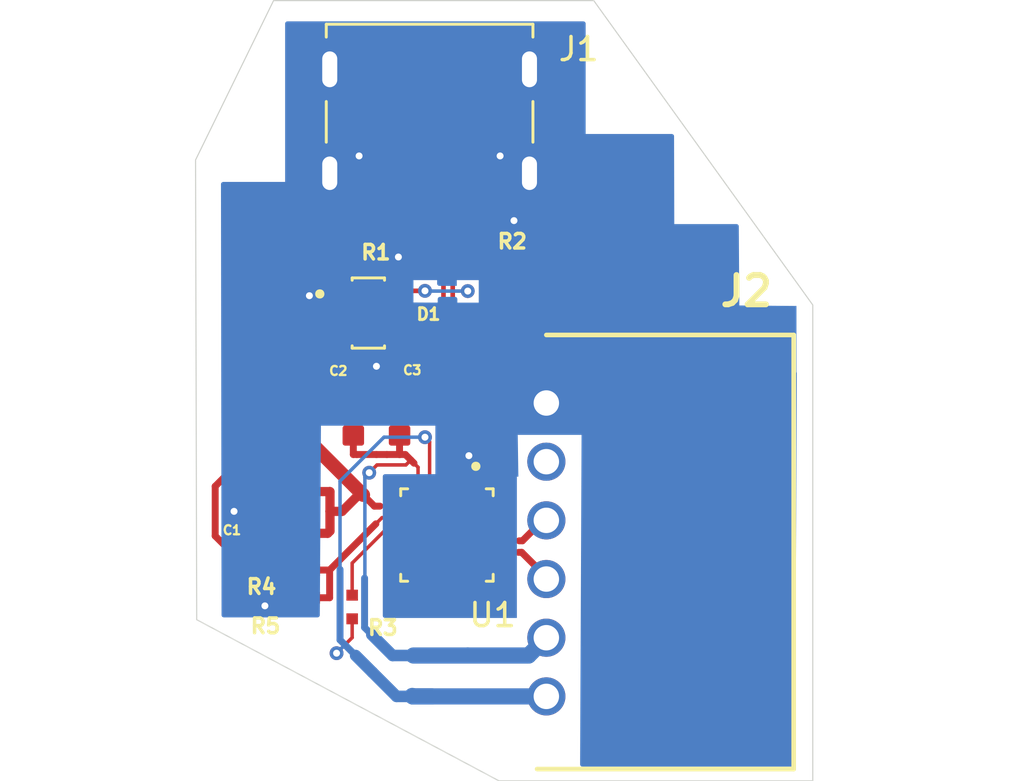
<source format=kicad_pcb>
(kicad_pcb (version 20240108) (generator "pcbnew") (generator_version "8.0")
  (layers (0 "F.Cu" signal) (31 "B.Cu" signal) (34 "B.Paste" user) (35 "F.Paste" user) (36 "B.SilkS" user "B.Silkscreen") (37 "F.SilkS" user "F.Silkscreen") (38 "B.Mask" user) (39 "F.Mask" user) (44 "Edge.Cuts" user))
  (net 0 "")
  (net 1 "VBUS")
  (net 2 "GND")
  (net 3 "VDD")
  (net 5 "Net-(J1-CC2)")
  (net 7 "Net-(J1-CC1)")
  (net 8 "VIO")
  (net 12 "RXD")
  (net 13 "TXD")
  (net 14 "Net-(U1-~{RST})")
  (net 15 "Net-(U1-VBUS)")
  (net 18 "D+")
  (net 19 "D-")
  (footprint "SP0503BAHTG:SOT143" (layer "F.Cu") (at 135.35 85.325 -90)
    (property "Reference" "D1" (at 0.05 -2.6 180) (layer "F.SilkS") (effects (font (size 0.512749 0.512749))))
    (property "Value" "SP0503BAHTG")
    (fp_line (start -1.52 0.7) (end -1.42 0.7) (stroke (width 0.127)) (layer "F.SilkS"))
    (fp_line (start 1.52 0.7) (end 1.42 0.7) (stroke (width 0.127)) (layer "F.SilkS"))
    (fp_line (start -1.52 -0.7) (end -1.52 0.7) (stroke (width 0.127)) (layer "F.SilkS"))
    (fp_line (start -1.52 -0.7) (end -1.42 -0.7) (stroke (width 0.127)) (layer "F.SilkS"))
    (fp_line (start 1.52 -0.7) (end 1.52 0.7) (stroke (width 0.127)) (layer "F.SilkS"))
    (fp_line (start 1.52 -0.7) (end 1.42 -0.7) (stroke (width 0.127)) (layer "F.SilkS"))
    (fp_circle (center -0.827 2.1) (end -0.727 2.1) (stroke (width 0.2)) (fill none) (layer "F.SilkS"))
    (pad "1" smd roundrect (at -0.76 1.025 270) (size 0.99 1.3) (layers "F.Cu" "F.Paste" "F.Mask") (roundrect_rratio 0.075) (net 2 "GND"))
    (pad "2" smd roundrect (at 0.96 1.025 270) (size 0.59 1.3) (layers "F.Cu" "F.Paste" "F.Mask") (roundrect_rratio 0.075) (net 1 "VBUS"))
    (pad "3" smd roundrect (at 0.96 -1.025 270) (size 0.59 1.3) (layers "F.Cu" "F.Paste" "F.Mask") (roundrect_rratio 0.075) (net 19 "D-"))
    (pad "4" smd roundrect (at -0.96 -1.025 270) (size 0.59 1.3) (layers "F.Cu" "F.Paste" "F.Mask") (roundrect_rratio 0.075) (net 18 "D+"))
  )
  (footprint "CL10F104ZB8NNNC:CAPC1608X90N" (layer "F.Cu") (at 131.95 93.055)
    (property "Reference" "C4" (hide yes))
    (property "Value" "CL10F104ZB8NNNC")
    (pad "1" smd roundrect (at -0.78 0) (size 0.87 0.93) (layers "F.Cu" "F.Paste" "F.Mask") (roundrect_rratio 0.125) (net 2 "GND"))
    (pad "2" smd roundrect (at 0.78 0) (size 0.87 0.93) (layers "F.Cu" "F.Paste" "F.Mask") (roundrect_rratio 0.125) (net 1 "VBUS"))
  )
  (footprint "ERA1AEB512C:RES_ERA1AEB512C" (layer "F.Cu") (at 136.675 81.75 -90)
    (property "Reference" "R1" (at 0.95 1 180) (layer "F.SilkS") (effects (font (size 0.629921 0.629921))))
    (property "Value" "ERA1AEB512C")
    (pad "1" smd rect (at -0.3 0 270) (size 0.25 0.3) (layers "F.Cu" "F.Paste" "F.Mask") (net 5 "Net-(J1-CC2)"))
    (pad "2" smd rect (at 0.3 0 270) (size 0.25 0.3) (layers "F.Cu" "F.Paste" "F.Mask") (net 2 "GND"))
  )
  (footprint "CP2102N-A02-GQFN24R:QFN50P400X400X80-25N" (layer "F.Cu") (at 138.75 94.935 -90)
    (property "Reference" "U1" (at 3.465 -1.975 180) (layer "F.SilkS"))
    (property "Value" "CP2102N-A02-GQFN24R")
    (fp_line (start -2 2) (end -1.7 2) (stroke (width 0.127)) (layer "F.SilkS"))
    (fp_line (start -2 2) (end -2 1.7) (stroke (width 0.127)) (layer "F.SilkS"))
    (fp_line (start 2 2) (end 1.7 2) (stroke (width 0.127)) (layer "F.SilkS"))
    (fp_line (start 2 2) (end 2 1.7) (stroke (width 0.127)) (layer "F.SilkS"))
    (fp_line (start -2 -2) (end -2 -1.7) (stroke (width 0.127)) (layer "F.SilkS"))
    (fp_line (start -2 -2) (end -1.7 -2) (stroke (width 0.127)) (layer "F.SilkS"))
    (fp_line (start 2 -2) (end 2 -1.7) (stroke (width 0.127)) (layer "F.SilkS"))
    (fp_line (start 2 -2) (end 1.7 -2) (stroke (width 0.127)) (layer "F.SilkS"))
    (fp_circle (center -2.975 -1.25) (end -2.875 -1.25) (stroke (width 0.2)) (fill none) (layer "F.SilkS"))
    (pad "1" smd roundrect (at -1.935 -1.25 270) (size 0.84 0.26) (layers "F.Cu" "F.Paste" "F.Mask") (roundrect_rratio 0.125))
    (pad "2" smd roundrect (at -1.935 -0.75 270) (size 0.84 0.26) (layers "F.Cu" "F.Paste" "F.Mask") (roundrect_rratio 0.125) (net 2 "GND"))
    (pad "3" smd roundrect (at -1.935 -0.25 270) (size 0.84 0.26) (layers "F.Cu" "F.Paste" "F.Mask") (roundrect_rratio 0.125) (net 18 "D+"))
    (pad "4" smd roundrect (at -1.935 0.25 270) (size 0.84 0.26) (layers "F.Cu" "F.Paste" "F.Mask") (roundrect_rratio 0.125) (net 19 "D-"))
    (pad "5" smd roundrect (at -1.935 0.75 270) (size 0.84 0.26) (layers "F.Cu" "F.Paste" "F.Mask") (roundrect_rratio 0.125) (net 8 "VIO"))
    (pad "6" smd roundrect (at -1.935 1.25 270) (size 0.84 0.26) (layers "F.Cu" "F.Paste" "F.Mask") (roundrect_rratio 0.125) (net 3 "VDD"))
    (pad "7" smd roundrect (at -1.25 1.935 270) (size 0.26 0.84) (layers "F.Cu" "F.Paste" "F.Mask") (roundrect_rratio 0.125) (net 1 "VBUS"))
    (pad "8" smd roundrect (at -0.75 1.935 270) (size 0.26 0.84) (layers "F.Cu" "F.Paste" "F.Mask") (roundrect_rratio 0.125) (net 15 "Net-(U1-VBUS)"))
    (pad "9" smd roundrect (at -0.25 1.935 270) (size 0.26 0.84) (layers "F.Cu" "F.Paste" "F.Mask") (roundrect_rratio 0.125) (net 14 "Net-(U1-~{RST})"))
    (pad "10" smd roundrect (at 0.25 1.935 270) (size 0.26 0.84) (layers "F.Cu" "F.Paste" "F.Mask") (roundrect_rratio 0.125))
    (pad "11" smd roundrect (at 0.75 1.935 270) (size 0.26 0.84) (layers "F.Cu" "F.Paste" "F.Mask") (roundrect_rratio 0.125))
    (pad "12" smd roundrect (at 1.25 1.935 270) (size 0.26 0.84) (layers "F.Cu" "F.Paste" "F.Mask") (roundrect_rratio 0.125))
    (pad "13" smd roundrect (at 1.935 1.25 270) (size 0.84 0.26) (layers "F.Cu" "F.Paste" "F.Mask") (roundrect_rratio 0.125))
    (pad "14" smd roundrect (at 1.935 0.75 270) (size 0.84 0.26) (layers "F.Cu" "F.Paste" "F.Mask") (roundrect_rratio 0.125))
    (pad "15" smd roundrect (at 1.935 0.25 270) (size 0.84 0.26) (layers "F.Cu" "F.Paste" "F.Mask") (roundrect_rratio 0.125))
    (pad "16" smd roundrect (at 1.935 -0.25 270) (size 0.84 0.26) (layers "F.Cu" "F.Paste" "F.Mask") (roundrect_rratio 0.125))
    (pad "17" smd roundrect (at 1.935 -0.75 270) (size 0.84 0.26) (layers "F.Cu" "F.Paste" "F.Mask") (roundrect_rratio 0.125))
    (pad "18" smd roundrect (at 1.935 -1.25 270) (size 0.84 0.26) (layers "F.Cu" "F.Paste" "F.Mask") (roundrect_rratio 0.125))
    (pad "19" smd roundrect (at 1.25 -1.935 270) (size 0.26 0.84) (layers "F.Cu" "F.Paste" "F.Mask") (roundrect_rratio 0.125))
    (pad "20" smd roundrect (at 0.75 -1.935 270) (size 0.26 0.84) (layers "F.Cu" "F.Paste" "F.Mask") (roundrect_rratio 0.125) (net 12 "RXD"))
    (pad "21" smd roundrect (at 0.25 -1.935 270) (size 0.26 0.84) (layers "F.Cu" "F.Paste" "F.Mask") (roundrect_rratio 0.125) (net 13 "TXD"))
    (pad "22" smd roundrect (at -0.25 -1.935 270) (size 0.26 0.84) (layers "F.Cu" "F.Paste" "F.Mask") (roundrect_rratio 0.125))
    (pad "23" smd roundrect (at -0.75 -1.935 270) (size 0.26 0.84) (layers "F.Cu" "F.Paste" "F.Mask") (roundrect_rratio 0.125))
    (pad "24" smd roundrect (at -1.25 -1.935 270) (size 0.26 0.84) (layers "F.Cu" "F.Paste" "F.Mask") (roundrect_rratio 0.125))
    (pad "25" smd rect (at 0 0 270) (size 2.45 2.45) (layers "F.Cu" "F.Mask") (net 2 "GND"))
  )
  (footprint "ERJ2RKF1001X:RES_ERJ2RKF1001X" (layer "F.Cu") (at 134.65 98.05 -90)
    (property "Reference" "R3" (at 0.9 -1.325 180) (layer "F.SilkS") (effects (font (size 0.64 0.64))))
    (property "Value" "ERJ2RKF1001X")
    (pad "1" smd rect (at -0.512 0 270) (size 0.475 0.5) (layers "F.Cu" "F.Paste" "F.Mask") (net 14 "Net-(U1-~{RST})"))
    (pad "2" smd rect (at 0.512 0 270) (size 0.475 0.5) (layers "F.Cu" "F.Paste" "F.Mask") (net 8 "VIO"))
  )
  (footprint "ERJ2RKF4752X:RES_ERJ2RKF4752X" (layer "F.Cu") (at 132.512868 97.65)
    (property "Reference" "R5" (at -1.612868 1.225 180) (layer "F.SilkS") (effects (font (size 0.64 0.64))))
    (property "Value" "ERJ2RKF4752X")
    (pad "1" smd rect (at -0.512 0) (size 0.475 0.5) (layers "F.Cu" "F.Paste" "F.Mask") (net 2 "GND"))
    (pad "2" smd rect (at 0.512 0) (size 0.475 0.5) (layers "F.Cu" "F.Paste" "F.Mask") (net 15 "Net-(U1-VBUS)"))
  )
  (footprint "CL10F104ZB8NNNC:CAPC1608X90N" (layer "F.Cu") (at 136.7 89.85 -90)
    (property "Reference" "C3" (at -2.05 -0.55 180) (layer "F.SilkS") (effects (font (size 0.393701 0.393701))))
    (property "Value" "CL10F104ZB8NNNC")
    (pad "1" smd roundrect (at -0.78 0 270) (size 0.87 0.93) (layers "F.Cu" "F.Paste" "F.Mask") (roundrect_rratio 0.125) (net 2 "GND"))
    (pad "2" smd roundrect (at 0.78 0 270) (size 0.87 0.93) (layers "F.Cu" "F.Paste" "F.Mask") (roundrect_rratio 0.125) (net 3 "VDD"))
  )
  (footprint "GSB1C4111DYHR:AMPHENOL_GSB1C4111DYHR" (layer "F.Cu") (at 138 74.775 180)
    (property "Reference" "J1" (at -6.45 0.875 180) (layer "F.SilkS"))
    (property "Value" "GSB1C4111DYHR")
    (fp_line (start 4.47 1.95) (end -4.47 1.95) (stroke (width 0.127)) (layer "F.SilkS"))
    (fp_line (start 4.47 1.395) (end 4.47 1.95) (stroke (width 0.127)) (layer "F.SilkS"))
    (fp_line (start 4.47 -3.155) (end 4.47 -1.395) (stroke (width 0.127)) (layer "F.SilkS"))
    (fp_line (start -4.47 1.95) (end -4.47 1.395) (stroke (width 0.127)) (layer "F.SilkS"))
    (fp_line (start -4.47 -1.395) (end -4.47 -3.155) (stroke (width 0.127)) (layer "F.SilkS"))
    (pad "A1" smd rect (at -2.6 -4.9 180) (size 0.25 0.8) (layers "F.Cu" "F.Paste") (net 2 "GND"))
    (pad "A4" smd rect (at -1.8 -4.9 180) (size 0.25 0.8) (layers "F.Cu" "F.Paste") (net 1 "VBUS"))
    (pad "A5" smd rect (at -1.4 -4.9 180) (size 0.25 0.8) (layers "F.Cu" "F.Paste") (net 7 "Net-(J1-CC1)"))
    (pad "A6" smd rect (at -1 -4.9 180) (size 0.25 0.8) (layers "F.Cu" "F.Paste") (net 18 "D+"))
    (pad "A7" smd rect (at -0.6 -4.9 180) (size 0.25 0.8) (layers "F.Cu" "F.Paste") (net 19 "D-"))
    (pad "A8" smd rect (at -0.2 -4.9 180) (size 0.25 0.8) (layers "F.Cu" "F.Paste"))
    (pad "A9" smd rect (at 2.2 -4.9 180) (size 0.25 0.8) (layers "F.Cu" "F.Paste") (net 1 "VBUS"))
    (pad "A12" smd rect (at 3 -4.9 180) (size 0.25 0.8) (layers "F.Cu" "F.Paste") (net 2 "GND"))
    (pad "B1" smd rect (at 2.6 -4.9 180) (size 0.25 0.8) (layers "F.Cu" "F.Paste") (net 2 "GND"))
    (pad "B4" smd rect (at 1.8 -4.9 180) (size 0.25 0.8) (layers "F.Cu" "F.Paste") (net 1 "VBUS"))
    (pad "B5" smd rect (at 1.4 -4.9 180) (size 0.25 0.8) (layers "F.Cu" "F.Paste") (net 5 "Net-(J1-CC2)"))
    (pad "B6" smd rect (at 1 -4.9 180) (size 0.25 0.8) (layers "F.Cu" "F.Paste") (net 18 "D+"))
    (pad "B7" smd rect (at 0.6 -4.9 180) (size 0.25 0.8) (layers "F.Cu" "F.Paste") (net 19 "D-"))
    (pad "B8" smd rect (at 0.2 -4.9 180) (size 0.25 0.8) (layers "F.Cu" "F.Paste"))
    (pad "B9" smd rect (at -2.2 -4.9 180) (size 0.25 0.8) (layers "F.Cu" "F.Paste") (net 1 "VBUS"))
    (pad "B12" smd rect (at -3 -4.9 180) (size 0.25 0.8) (layers "F.Cu" "F.Paste") (net 2 "GND"))
    (pad "SH1" thru_hole oval (at -4.32 -4.5 180) (size 1.25 2.05) (drill oval 0.65 1.45) (layers "*.Cu" "*.Mask") (net 2 "GND"))
    (pad "SH2" thru_hole oval (at 4.32 -4.5 180) (size 1.25 2.05) (drill oval 0.65 1.45) (layers "*.Cu" "*.Mask") (net 2 "GND"))
    (pad "SH3" thru_hole oval (at -4.32 0 180) (size 1.25 2.15) (drill oval 0.65 1.55) (layers "*.Cu" "*.Mask") (net 2 "GND"))
    (pad "SH4" thru_hole oval (at 4.32 0 180) (size 1.25 2.15) (drill oval 0.65 1.55) (layers "*.Cu" "*.Mask") (net 2 "GND"))
  )
  (footprint "ERA1AEB512C:RES_ERA1AEB512C" (layer "F.Cu") (at 140.375 81.275 180)
    (property "Reference" "R2" (at -1.2 -0.95 0) (layer "F.SilkS") (effects (font (size 0.629921 0.629921))))
    (property "Value" "ERA1AEB512C")
    (pad "1" smd rect (at -0.3 0 180) (size 0.25 0.3) (layers "F.Cu" "F.Paste" "F.Mask") (net 2 "GND"))
    (pad "2" smd rect (at 0.3 0 180) (size 0.25 0.3) (layers "F.Cu" "F.Paste" "F.Mask") (net 7 "Net-(J1-CC1)"))
  )
  (footprint "90136-2206:SHDRRA6W65P0X254_1X6_1859X1090X751P" (layer "F.Cu") (at 143.05 89.22 -90)
    (property "Reference" "J2" (at -4.845 -8.65 180) (layer "F.SilkS") (effects (font (size 1.27 1.27) (thickness 0.254))))
    (property "Value" "90136-2206" (hide yes))
    (fp_line (start -2.945 0) (end -2.945 -10.7) (stroke (width 0.2)) (layer "F.SilkS"))
    (fp_line (start -2.945 -10.7) (end 15.845 -10.7) (stroke (width 0.2)) (layer "F.SilkS"))
    (fp_line (start 15.845 -10.7) (end 15.845 0.4) (stroke (width 0.2)) (layer "F.SilkS"))
    (pad "1" thru_hole rect (at 0 0 270) (size 1.65 1.65) (drill 1.1) (layers "*.Cu" "*.Mask") (net 2 "GND"))
    (pad "2" thru_hole circle (at 2.54 0 270) (size 1.65 1.65) (drill 1.1) (layers "*.Cu" "*.Mask"))
    (pad "3" thru_hole circle (at 5.08 0 270) (size 1.65 1.65) (drill 1.1) (layers "*.Cu" "*.Mask") (net 13 "TXD"))
    (pad "4" thru_hole circle (at 7.62 0 270) (size 1.65 1.65) (drill 1.1) (layers "*.Cu" "*.Mask") (net 12 "RXD"))
    (pad "5" thru_hole circle (at 10.16 0 270) (size 1.65 1.65) (drill 1.1) (layers "*.Cu" "*.Mask") (net 3 "VDD"))
    (pad "6" thru_hole circle (at 12.7 0 270) (size 1.65 1.65) (drill 1.1) (layers "*.Cu" "*.Mask") (net 8 "VIO"))
  )
  (footprint "ERJ2RKF2212X:RES_ERJ2RKF2212X" (layer "F.Cu") (at 132.512868 96.45 180)
    (property "Reference" "R4" (at 1.787868 -0.725 0) (layer "F.SilkS") (effects (font (size 0.64 0.64))))
    (property "Value" "ERJ2RKF2212X")
    (pad "1" smd rect (at -0.512 0 180) (size 0.475 0.5) (layers "F.Cu" "F.Paste" "F.Mask") (net 15 "Net-(U1-VBUS)"))
    (pad "2" smd rect (at 0.512 0 180) (size 0.475 0.5) (layers "F.Cu" "F.Paste" "F.Mask") (net 1 "VBUS"))
  )
  (footprint "CL10A475KP8NNNC:CAPC1608X90N" (layer "F.Cu") (at 134.7 89.85 -90)
    (property "Reference" "C2" (at -2.02 0.65 180) (layer "F.SilkS") (effects (font (size 0.393701 0.393701))))
    (property "Value" "CL10A475KP8NNNC")
    (pad "1" smd roundrect (at -0.78 0 270) (size 0.87 0.93) (layers "F.Cu" "F.Paste" "F.Mask") (roundrect_rratio 0.125) (net 2 "GND"))
    (pad "2" smd roundrect (at 0.78 0 270) (size 0.87 0.93) (layers "F.Cu" "F.Paste" "F.Mask") (roundrect_rratio 0.125) (net 3 "VDD"))
  )
  (footprint "CL10A475KP8NNNC:CAPC1608X90N" (layer "F.Cu") (at 131.97 94.86)
    (property "Reference" "C1" (at -2.52 -0.135 0) (layer "F.SilkS") (effects (font (size 0.393701 0.393701))))
    (property "Value" "CL10A475KP8NNNC")
    (pad "1" smd roundrect (at -0.78 0) (size 0.87 0.93) (layers "F.Cu" "F.Paste" "F.Mask") (roundrect_rratio 0.125) (net 2 "GND"))
    (pad "2" smd roundrect (at 0.78 0) (size 0.87 0.93) (layers "F.Cu" "F.Paste" "F.Mask") (roundrect_rratio 0.125) (net 1 "VBUS"))
  )
  (gr_poly (pts (xy 151.3 85.25) (xy 148.45 85.25) (xy 148.425 81.575) (xy 151.275 81.575)) (stroke (width 0.2)) (fill solid) (layer "B.Cu") (net 2))
  (gr_poly (pts (xy 141.738313 92.307052) (xy 140.313313 92.307052) (xy 140.288313 90.632052) (xy 141.713313 90.632052)) (stroke (width 0.2)) (fill solid) (layer "B.Cu") (net 2))
  (gr_poly (pts (xy 138.35 84.975) (xy 138.35 92.525) (xy 140.125 92.525) (xy 140.125 84.975)) (stroke (width 0.2)) (fill solid) (layer "B.Cu") (net 2))
  (gr_poly (pts (xy 144.65 77.675) (xy 148.475 77.675) (xy 148.5 87.825) (xy 144.675 87.825)) (stroke (width 0.2)) (fill solid) (layer "B.Cu") (net 2))
  (gr_poly (pts (xy 129.1 98.4) (xy 129.075 79.75) (xy 133.725 79.75) (xy 133.725 84.95) (xy 138.35 84.975) (xy 138.35 90.1) (xy 133.2 90.1) (xy 133.15 98.4)) (stroke (width 0.2)) (fill solid) (layer "B.Cu") (net 2))
  (gr_poly (pts (xy 140.225 83.5) (xy 140.225 85.7) (xy 144.65 85.7) (xy 144.65 83.5)) (stroke (width 0.2)) (fill solid) (layer "B.Cu") (net 2))
  (gr_poly (pts (xy 136.075 98.425) (xy 136.075 92.4) (xy 141.675 92.4) (xy 141.675 98.425)) (stroke (width 0.2)) (fill solid) (layer "B.Cu") (net 2))
  (gr_poly (pts (xy 131.85 72.8) (xy 144.65 72.8) (xy 144.65 83.8) (xy 131.85 83.8)) (stroke (width 0.2)) (fill solid) (layer "B.Cu") (net 2))
  (gr_poly (pts (xy 153.769147 85.117973) (xy 153.769147 87.967973) (xy 147.544147 87.917973) (xy 147.544147 85.067973)) (stroke (width 0.2)) (fill solid) (layer "B.Cu") (net 2))
  (gr_poly (pts (xy 139.975 85.2) (xy 139.975 90.5) (xy 144.65 90.5) (xy 144.65 85.2)) (stroke (width 0.2)) (fill solid) (layer "B.Cu") (net 2))
  (gr_poly (pts (xy 138.45 84.725) (xy 138.45033 85.120453) (xy 139.10033 85.125) (xy 139.1 84.725)) (stroke (width 0.2)) (fill solid) (layer "B.Cu") (net 2))
  (gr_poly (pts (xy 133.5 83.775) (xy 133.5 84.975) (xy 137.2 84.975) (xy 137.2 83.775)) (stroke (width 0.2)) (fill solid) (layer "B.Cu") (net 2))
  (gr_poly (pts (xy 153.785663 87.936238) (xy 153.710663 104.861238) (xy 144.610663 104.861238) (xy 144.685663 87.936238)) (stroke (width 0.2)) (fill solid) (layer "B.Cu") (net 2))
  (gr_poly (pts (xy 138.425 81.95) (xy 138.425 84.05) (xy 139.075 84.05) (xy 139.075 81.95)) (stroke (width 0.2)) (fill solid) (layer "B.Cu") (net 2))
  (gr_poly (pts (xy 154.575 105.575) (xy 141 105.575) (xy 127.925 98.6) (xy 127.875 78.7) (xy 131.25 71.8) (xy 145.1 71.8) (xy 154.575 84.975)) (stroke (width 0.05)) (fill none) (layer "Edge.Cuts"))
  (segment (start 128.725 92.825) (end 128.725 94.975) (width 0.3) (layer "F.Cu") (net 1))
  (segment (start 135.725 81.25) (end 135 81.975) (width 0.3) (layer "F.Cu") (net 1))
  (segment (start 138.975 78.275) (end 139.8 79.1) (width 0.15) (layer "F.Cu") (net 1))
  (segment (start 139.8 80.625) (end 140.2 80.625) (width 0.15) (layer "F.Cu") (net 1))
  (segment (start 135 81.975) (end 134.65 81.975) (width 0.3) (layer "F.Cu") (net 1))
  (segment (start 133.685 93.055) (end 133.69 93.06) (width 0.4) (layer "F.Cu") (net 1))
  (segment (start 136.2 79.1) (end 137.025 78.275) (width 0.15) (layer "F.Cu") (net 1))
  (segment (start 132.6375 90.7125) (end 130.8375 90.7125) (width 0.3) (layer "F.Cu") (net 1))
  (segment (start 136.2 79.675) (end 136.2 80.75) (width 0.15) (layer "F.Cu") (net 1))
  (segment (start 134.65 81.975) (end 133.175 81.975) (width 0.6) (layer "F.Cu") (net 1))
  (segment (start 139.8 79.1) (end 139.8 79.675) (width 0.15) (layer "F.Cu") (net 1))
  (segment (start 136 80.75) (end 135.8 80.75) (width 0.15) (layer "F.Cu") (net 1))
  (segment (start 133.69 93.06) (end 133.69 93.91) (width 0.4) (layer "F.Cu") (net 1))
  (segment (start 134.925 93.2) (end 134.215 93.91) (width 0.4) (layer "F.Cu") (net 1))
  (segment (start 133.69 93.91) (end 133.69 94.76) (width 0.4) (layer "F.Cu") (net 1))
  (segment (start 133.69 94.76) (end 133.59 94.86) (width 0.4) (layer "F.Cu") (net 1))
  (segment (start 140.2 80.625) (end 140.2 79.675) (width 0.15) (layer "F.Cu") (net 1))
  (segment (start 132.75 95.045) (end 132.855 94.94) (width 0.4) (layer "F.Cu") (net 1))
  (segment (start 135.61 93.685) (end 135.85 93.685) (width 0.3) (layer "F.Cu") (net 1))
  (segment (start 139.8 79.675) (end 139.8 80.625) (width 0.15) (layer "F.Cu") (net 1))
  (segment (start 135.8 80.75) (end 135.8 79.675) (width 0.15) (layer "F.Cu") (net 1))
  (segment (start 135.125 93.2) (end 132.6375 90.7125) (width 0.6) (layer "F.Cu") (net 1))
  (segment (start 136.2 79.675) (end 136.2 79.1) (width 0.15) (layer "F.Cu") (net 1))
  (segment (start 132 83.15) (end 132 90.075) (width 0.6) (layer "F.Cu") (net 1))
  (segment (start 134.215 93.91) (end 133.69 93.91) (width 0.4) (layer "F.Cu") (net 1))
  (segment (start 137.025 78.275) (end 138.975 78.275) (width 0.15) (layer "F.Cu") (net 1))
  (segment (start 132.06 86.285) (end 132.05 86.275) (width 0.15) (layer "F.Cu") (net 1))
  (segment (start 133.59 94.86) (end 132.75 94.86) (width 0.4) (layer "F.Cu") (net 1))
  (segment (start 135.125 93.2) (end 135.61 93.685) (width 0.3) (layer "F.Cu") (net 1))
  (segment (start 136.815 93.685) (end 135.85 93.685) (width 0.15) (layer "F.Cu") (net 1))
  (segment (start 134.325 86.285) (end 132.06 86.285) (width 0.4) (layer "F.Cu") (net 1))
  (segment (start 132 90.075) (end 132.6375 90.7125) (width 0.6) (layer "F.Cu") (net 1))
  (segment (start 132.75 93.075) (end 132.73 93.055) (width 0.4) (layer "F.Cu") (net 1))
  (segment (start 128.725 94.975) (end 130.2 96.45) (width 0.3) (layer "F.Cu") (net 1))
  (segment (start 133.175 81.975) (end 132 83.15) (width 0.6) (layer "F.Cu") (net 1))
  (segment (start 136.2 80.75) (end 136 80.75) (width 0.15) (layer "F.Cu") (net 1))
  (segment (start 130.8375 90.7125) (end 128.725 92.825) (width 0.3) (layer "F.Cu") (net 1))
  (segment (start 135.725 81.25) (end 136 80.975) (width 0.15) (layer "F.Cu") (net 1))
  (segment (start 136 80.975) (end 136 80.75) (width 0.15) (layer "F.Cu") (net 1))
  (segment (start 132.73 93.055) (end 133.685 93.055) (width 0.4) (layer "F.Cu") (net 1))
  (segment (start 130.2 96.45) (end 132.000868 96.45) (width 0.3) (layer "F.Cu") (net 1))
  (segment (start 130.19 93.91) (end 130.19 94.86) (width 0.4) (layer "F.Cu") (net 2))
  (segment (start 130.195 93.055) (end 130.19 93.06) (width 0.4) (layer "F.Cu") (net 2))
  (segment (start 135 79.675) (end 135 78.575) (width 0.15) (layer "F.Cu") (net 2))
  (segment (start 135 80.675) (end 135.4 80.675) (width 0.15) (layer "F.Cu") (net 2))
  (segment (start 131.17 93.055) (end 130.195 93.055) (width 0.4) (layer "F.Cu") (net 2))
  (segment (start 136.65 82.9) (end 136.65 82.075) (width 0.15) (layer "F.Cu") (net 2))
  (segment (start 135.4 80.675) (end 135.4 79.675) (width 0.15) (layer "F.Cu") (net 2))
  (segment (start 141 80.675) (end 141 79.675) (width 0.15) (layer "F.Cu") (net 2))
  (segment (start 135 78.575) (end 134.95 78.525) (width 0.15) (layer "F.Cu") (net 2))
  (segment (start 136.7 88.23) (end 135.7 88.23) (width 0.4) (layer "F.Cu") (net 2))
  (segment (start 140.6 80.675) (end 141 80.675) (width 0.15) (layer "F.Cu") (net 2))
  (segment (start 141 78.575) (end 141 79.675) (width 0.15) (layer "F.Cu") (net 2))
  (segment (start 140.6 79.1) (end 140.6 79.675) (width 0.15) (layer "F.Cu") (net 2))
  (segment (start 130.19 93.06) (end 130.19 93.91) (width 0.4) (layer "F.Cu") (net 2))
  (segment (start 132.000868 97.65) (end 131.225 97.65) (width 0.15) (layer "F.Cu") (net 2))
  (segment (start 136.65 82.075) (end 136.675 82.05) (width 0.15) (layer "F.Cu") (net 2))
  (segment (start 141.05 78.525) (end 141 78.575) (width 0.15) (layer "F.Cu") (net 2))
  (segment (start 135.7 87.63) (end 135.7 88.23) (width 0.4) (layer "F.Cu") (net 2))
  (segment (start 130.19 94.86) (end 131.19 94.86) (width 0.4) (layer "F.Cu") (net 2))
  (segment (start 136.525 77.975) (end 139.475 77.975) (width 0.15) (layer "F.Cu") (net 2))
  (segment (start 130.19 93.91) (end 129.54 93.91) (width 0.4) (layer "F.Cu") (net 2))
  (segment (start 139.6 91.6) (end 139.5 91.7) (width 0.15) (layer "F.Cu") (net 2))
  (segment (start 132.81 84.565) (end 132.8 84.575) (width 0.15) (layer "F.Cu") (net 2))
  (segment (start 131.225 97.65) (end 130.875 98) (width 0.15) (layer "F.Cu") (net 2))
  (segment (start 135.4 79.1) (end 136.525 77.975) (width 0.15) (layer "F.Cu") (net 2))
  (segment (start 135 79.675) (end 135 80.675) (width 0.15) (layer "F.Cu") (net 2))
  (segment (start 131.17 93.055) (end 131.19 93.075) (width 0.4) (layer "F.Cu") (net 2))
  (segment (start 135.7 88.23) (end 134.7 88.23) (width 0.4) (layer "F.Cu") (net 2))
  (segment (start 136.7 82.9) (end 136.65 82.9) (width 0.15) (layer "F.Cu") (net 2))
  (segment (start 140.6 79.675) (end 140.6 80.675) (width 0.15) (layer "F.Cu") (net 2))
  (segment (start 134.7 88.23) (end 134.7 89.07) (width 0.4) (layer "F.Cu") (net 2))
  (segment (start 135.4 79.675) (end 135.4 79.1) (width 0.15) (layer "F.Cu") (net 2))
  (segment (start 139.5 91.7) (end 139.5 93) (width 0.15) (layer "F.Cu") (net 2))
  (segment (start 139.5 94.185) (end 139.5 93) (width 0.15) (layer "F.Cu") (net 2))
  (segment (start 141.65 81.325) (end 141.6 81.275) (width 0.15) (layer "F.Cu") (net 2))
  (segment (start 134.325 84.565) (end 132.81 84.565) (width 0.4) (layer "F.Cu") (net 2))
  (segment (start 139.475 77.975) (end 140.6 79.1) (width 0.15) (layer "F.Cu") (net 2))
  (segment (start 136.7 89.07) (end 136.7 88.23) (width 0.4) (layer "F.Cu") (net 2))
  (segment (start 141.6 81.275) (end 140.675 81.275) (width 0.15) (layer "F.Cu") (net 2))
  (segment (start 138.75 94.935) (end 139.5 94.185) (width 0.2) (layer "F.Cu") (net 2))
  (via (at 132.8 84.575) (size 0.6) (drill 0.3) (layers "F.Cu" "B.Cu") (net 2))
  (via (at 136.65 82.9) (size 0.6) (drill 0.3) (layers "F.Cu" "B.Cu") (net 2))
  (via (at 134.95 78.525) (size 0.6) (drill 0.3) (layers "F.Cu" "B.Cu") (net 2))
  (via (at 130.875 98) (size 0.6) (drill 0.3) (layers "F.Cu" "B.Cu") (net 2))
  (via (at 135.7 87.63) (size 0.6) (drill 0.3) (layers "F.Cu" "B.Cu") (net 2))
  (via (at 139.7 91.5) (size 0.6) (drill 0.3) (layers "F.Cu" "B.Cu") (net 2))
  (via (at 141.65 81.325) (size 0.6) (drill 0.3) (layers "F.Cu" "B.Cu") (net 2))
  (via (at 141.05 78.525) (size 0.6) (drill 0.3) (layers "F.Cu" "B.Cu") (net 2))
  (via (at 129.54 93.91) (size 0.6) (drill 0.3) (layers "F.Cu" "B.Cu") (net 2))
  (segment (start 135.725 91.9) (end 136.975 91.9) (width 0.15) (layer "F.Cu") (net 3))
  (segment (start 136.15 91.45) (end 135.7 91.45) (width 0.3) (layer "F.Cu") (net 3))
  (segment (start 135.3875 92.2375) (end 135.725 91.9) (width 0.15) (layer "F.Cu") (net 3))
  (segment (start 137.325 91.825) (end 137.5 92) (width 0.15) (layer "F.Cu") (net 3))
  (segment (start 135.7 91.45) (end 134.85 91.45) (width 0.3) (layer "F.Cu") (net 3))
  (segment (start 136.7 91.45) (end 136.15 91.45) (width 0.3) (layer "F.Cu") (net 3))
  (segment (start 134.85 91.45) (end 134.7 91.45) (width 0.3) (layer "F.Cu") (net 3))
  (segment (start 137.1875 91.6875) (end 136.95 91.45) (width 0.3) (layer "F.Cu") (net 3))
  (segment (start 136.95 91.45) (end 136.7 91.45) (width 0.3) (layer "F.Cu") (net 3))
  (segment (start 137.325 91.825) (end 137.1875 91.6875) (width 0.3) (layer "F.Cu") (net 3))
  (segment (start 134.7 91.45) (end 134.7 90.63) (width 0.3) (layer "F.Cu") (net 3))
  (segment (start 136.7 90.63) (end 136.7 91.45) (width 0.3) (layer "F.Cu") (net 3))
  (segment (start 137.5 92) (end 137.5 93) (width 0.15) (layer "F.Cu") (net 3))
  (segment (start 136.975 91.9) (end 137.1875 91.6875) (width 0.15) (layer "F.Cu") (net 3))
  (via (at 135.3875 92.2375) (size 0.6) (drill 0.3) (layers "F.Cu" "B.Cu") (net 3))
  (segment (start 135.3875 92.2375) (end 135.2 92.425) (width 0.15) (layer "B.Cu") (net 3))
  (segment (start 135.5 99.25) (end 135.187132 98.937132) (width 0.3) (layer "B.Cu") (net 3))
  (segment (start 135.2 92.425) (end 135.2 96.787132) (width 0.15) (layer "B.Cu") (net 3))
  (segment (start 142.28 100.15) (end 143.05 99.38) (width 0.7) (layer "B.Cu") (net 3))
  (segment (start 139.65 100.15) (end 142.28 100.15) (width 0.7) (layer "B.Cu") (net 3))
  (segment (start 136.4 100.15) (end 137.3 100.15) (width 0.5) (layer "B.Cu") (net 3))
  (segment (start 135.5 99.25) (end 136.4 100.15) (width 0.5) (layer "B.Cu") (net 3))
  (segment (start 139.65 100.15) (end 137.3 100.15) (width 0.7) (layer "B.Cu") (net 3))
  (segment (start 135.187132 98.937132) (end 135.187132 96.8) (width 0.3) (layer "B.Cu") (net 3))
  (segment (start 136.6 80.575) (end 136.675 80.65) (width 0.15) (layer "F.Cu") (net 5))
  (segment (start 136.6 79.675) (end 136.6 80.575) (width 0.15) (layer "F.Cu") (net 5))
  (segment (start 136.675 80.65) (end 136.675 81.45) (width 0.15) (layer "F.Cu") (net 5))
  (segment (start 139.625 81.275) (end 140.075 81.275) (width 0.15) (layer "F.Cu") (net 7))
  (segment (start 139.4 79.675) (end 139.4 81.05) (width 0.15) (layer "F.Cu") (net 7))
  (segment (start 139.4 81.05) (end 139.625 81.275) (width 0.15) (layer "F.Cu") (net 7))
  (segment (start 137.8 90.7) (end 138 90.9) (width 0.15) (layer "F.Cu") (net 8))
  (segment (start 134.65 99.375) (end 134.65 98.562) (width 0.15) (layer "F.Cu") (net 8))
  (segment (start 138 90.9) (end 138 93) (width 0.15) (layer "F.Cu") (net 8))
  (segment (start 133.975 100.05) (end 134.65 99.375) (width 0.15) (layer "F.Cu") (net 8))
  (via (at 137.8 90.7) (size 0.6) (drill 0.3) (layers "F.Cu" "B.Cu") (net 8))
  (via (at 133.975 100.05) (size 0.6) (drill 0.3) (layers "F.Cu" "B.Cu") (net 8))
  (segment (start 136.57 101.92) (end 138.1 101.92) (width 0.5) (layer "B.Cu") (net 8))
  (segment (start 134.8 100.15) (end 134.3375 99.6875) (width 0.3) (layer "B.Cu") (net 8))
  (segment (start 134.3375 99.6875) (end 134.125 99.475) (width 0.3) (layer "B.Cu") (net 8))
  (segment (start 136.025 90.7) (end 134.125 92.6) (width 0.15) (layer "B.Cu") (net 8))
  (segment (start 138.1 101.92) (end 137.27 101.92) (width 0.7) (layer "B.Cu") (net 8))
  (segment (start 137.27 101.92) (end 143.05 101.92) (width 0.7) (layer "B.Cu") (net 8))
  (segment (start 134.125 99.475) (end 134.125 96.425) (width 0.3) (layer "B.Cu") (net 8))
  (segment (start 133.975 100.05) (end 134.3375 99.6875) (width 0.15) (layer "B.Cu") (net 8))
  (segment (start 134.125 92.6) (end 134.125 96.425) (width 0.15) (layer "B.Cu") (net 8))
  (segment (start 137.27 101.92) (end 137.25 101.9) (width 0.7) (layer "B.Cu") (net 8))
  (segment (start 134.8 100.15) (end 135.525 100.875) (width 0.5) (layer "B.Cu") (net 8))
  (segment (start 137.8 90.7) (end 136.025 90.7) (width 0.15) (layer "B.Cu") (net 8))
  (segment (start 135.525 100.875) (end 136.57 101.92) (width 0.5) (layer "B.Cu") (net 8))
  (segment (start 141.85 95.685) (end 141.985 95.685) (width 0.3) (layer "F.Cu") (net 12))
  (segment (start 143.05 96.75) (end 143.05 96.84) (width 0.15) (layer "F.Cu") (net 12))
  (segment (start 141.985 95.685) (end 143.05 96.75) (width 0.3) (layer "F.Cu") (net 12))
  (segment (start 141.85 95.685) (end 140.685 95.685) (width 0.15) (layer "F.Cu") (net 12))
  (segment (start 141.875 95.185) (end 142.015 95.185) (width 0.3) (layer "F.Cu") (net 13))
  (segment (start 142.9 94.3) (end 143.05 94.3) (width 0.15) (layer "F.Cu") (net 13))
  (segment (start 142.015 95.185) (end 142.9 94.3) (width 0.3) (layer "F.Cu") (net 13))
  (segment (start 141.875 95.185) (end 140.685 95.185) (width 0.15) (layer "F.Cu") (net 13))
  (segment (start 134.65 97.538) (end 134.65 96.15) (width 0.15) (layer "F.Cu") (net 14))
  (segment (start 136.115 94.685) (end 136.815 94.685) (width 0.15) (layer "F.Cu") (net 14))
  (segment (start 134.65 96.15) (end 136.115 94.685) (width 0.15) (layer "F.Cu") (net 14))
  (segment (start 133.012868 96.462) (end 133.024868 96.45) (width 0.15) (layer "F.Cu") (net 15))
  (segment (start 133.024868 96.45) (end 133.675 96.45) (width 0.3) (layer "F.Cu") (net 15))
  (segment (start 135.675 94.45) (end 135.94 94.185) (width 0.15) (layer "F.Cu") (net 15))
  (segment (start 135.94 94.185) (end 136.815 94.185) (width 0.15) (layer "F.Cu") (net 15))
  (segment (start 133.675 96.45) (end 133.675 97.65) (width 0.3) (layer "F.Cu") (net 15))
  (segment (start 133.024868 97.65) (end 133.675 97.65) (width 0.3) (layer "F.Cu") (net 15))
  (segment (start 135.675 94.45) (end 133.675 96.45) (width 0.3) (layer "F.Cu") (net 15))
  (segment (start 139 79.675) (end 139 78.955025) (width 0.2) (layer "F.Cu") (net 18))
  (segment (start 136.375 84.365) (end 137.8 84.365) (width 0.2) (layer "F.Cu") (net 18))
  (segment (start 139 93) (end 139 84.375) (width 0.2) (layer "F.Cu") (net 18))
  (segment (start 139 79.675) (end 139 84.375) (width 0.2) (layer "F.Cu") (net 18))
  (segment (start 139.65 84.375) (end 139 84.375) (width 0.15) (layer "F.Cu") (net 18))
  (segment (start 139 78.955025) (end 138.719975 78.675) (width 0.2) (layer "F.Cu") (net 18))
  (segment (start 138.719975 78.675) (end 137.375 78.675) (width 0.2) (layer "F.Cu") (net 18))
  (segment (start 137 79.05) (end 137 79.675) (width 0.2) (layer "F.Cu") (net 18))
  (segment (start 137.375 78.675) (end 137 79.05) (width 0.2) (layer "F.Cu") (net 18))
  (via (at 139.65 84.375) (size 0.6) (drill 0.3) (layers "F.Cu" "B.Cu") (net 18))
  (via (at 137.8 84.365) (size 0.6) (drill 0.3) (layers "F.Cu" "B.Cu") (net 18))
  (segment (start 139.65 84.375) (end 137.81 84.375) (width 0.15) (layer "B.Cu") (net 18))
  (segment (start 137.81 84.375) (end 137.8 84.365) (width 0.2) (layer "B.Cu") (net 18))
  (segment (start 138.5 92.175) (end 138.6 92.075) (width 0.2) (layer "F.Cu") (net 19))
  (segment (start 138.6 79.675) (end 138.6 79.05) (width 0.2) (layer "F.Cu") (net 19))
  (segment (start 136.375 86.285) (end 138.59 86.285) (width 0.2) (layer "F.Cu") (net 19))
  (segment (start 138.6 79.05) (end 138.575 79.025) (width 0.2) (layer "F.Cu") (net 19))
  (segment (start 137.55 79.025) (end 137.4 79.175) (width 0.2) (layer "F.Cu") (net 19))
  (segment (start 137.4 79.175) (end 137.4 79.675) (width 0.2) (layer "F.Cu") (net 19))
  (segment (start 138.5 93) (end 138.5 92.175) (width 0.2) (layer "F.Cu") (net 19))
  (segment (start 138.6 92.075) (end 138.6 79.675) (width 0.2) (layer "F.Cu") (net 19))
  (segment (start 138.575 79.025) (end 137.55 79.025) (width 0.2) (layer "F.Cu") (net 19))
)
</source>
